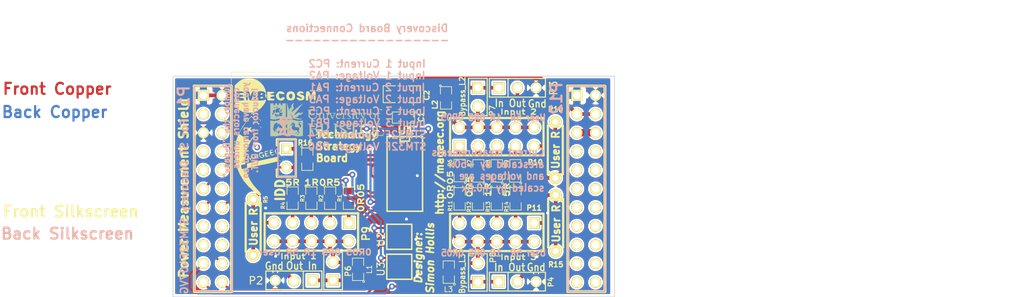
<source format=kicad_pcb>
(kicad_pcb (version 3) (host pcbnew "(2013-07-07 BZR 4022)-stable")
  (layers (15 F.Cu signal) (0 B.Cu signal hide) (19 F.Paste user hide) (20 B.SilkS user hide) (21 F.SilkS user) (22 B.Mask user) (23 F.Mask user) (28 Edge.Cuts user))
  (net 0 "")
  (net 1 /3V)
  (net 2 /Amp_1)
  (net 3 /Amp_2)
  (net 4 /Amp_3)
  (net 5 /Amp_uP)
  (net 6 /In_1)
  (net 7 /In_2)
  (net 8 /In_3)
  (net 9 /NRST)
  (net 10 /Out_1)
  (net 11 /Out_2)
  (net 12 /Out_3)
  (net 13 /PA0)
  (net 14 /PA2)
  (net 15 /PA3)
  (net 16 /PA4)
  (net 17 /PA5)
  (net 18 /PA6)
  (net 19 /PA7)
  (net 20 /PB0)
  (net 21 /PB1)
  (net 22 /PC0)
  (net 23 /PC1)
  (net 24 /PC3)
  (net 25 /R_In_1)
  (net 26 /R_In_2)
  (net 27 /R_In_3)
  (net 28 /uP_IDD+)
  (net 29 /uP_IDD-)
  (net 30 GND)
  (net 31 N-0000010)
  (net 32 N-0000011)
  (net 33 N-0000012)
  (net 34 N-0000013)
  (net 35 N-0000014)
  (net 36 N-0000015)
  (net 37 N-0000016)
  (net 38 N-0000017)
  (net 39 N-0000018)
  (net 40 N-0000019)
  (net 41 N-000002)
  (net 42 N-0000024)
  (net 43 N-0000025)
  (net 44 N-0000026)
  (net 45 N-0000027)
  (net 46 N-0000028)
  (net 47 N-0000029)
  (net 48 N-0000030)
  (net 49 N-0000031)
  (net 50 N-0000033)
  (net 51 N-0000040)
  (net 52 N-0000048)
  (net 53 N-000005)
  (net 54 N-0000051)
  (net 55 N-0000052)
  (net 56 N-0000053)
  (net 57 N-0000054)
  (net 58 N-0000055)
  (net 59 N-000006)
  (net 60 N-000008)
  (net 61 N-000009)
  (net 62 VAA)
  (net 63 VDD)
  (module SIL-2 (layer F.Cu) (at 110 94.55 270)
    (fp_text reference P5 hide)
    (fp_text value IDD hide)
    (pad 1 thru_hole rect (at -1.27 0 270) (size 1.397 1.397) (drill 0.8128) (layers *.Cu *.Mask F.SilkS) (net 28 /uP_IDD+))
    (pad 2 thru_hole circle (at 1.27 0 270) (size 1.397 1.397) (drill 0.8128) (layers *.Cu *.Mask F.SilkS) (net 29 /uP_IDD-))
  )
  (module SM0805 (layer F.Cu) (at 125.925 89.05 180)
    (fp_text reference C1 (at -2.395 0.08 270) (layer F.SilkS) (effects (font (size 0.7 0.7) (thickness 0.175))))
    (fp_text value 100n hide)
    (pad 1 smd rect (at -0.9525 0 180) (size 0.889 1.397) (layers F.Cu F.Paste F.Mask) (net 62 VAA))
    (pad 2 smd rect (at 0.9525 0 180) (size 0.889 1.397) (layers F.Cu F.Paste F.Mask) (net 30 GND))
  )
  (module SM1206 (layer F.Cu) (at 125.7 85.875 180)
    (fp_text reference C2 (at -3.375 -0.15 270) (layer F.SilkS) (effects (font (size 0.7 0.7) (thickness 0.175))))
    (fp_text value 10u hide)
    (pad 1 smd rect (at -1.651 0 180) (size 1.524 2.032) (layers F.Cu F.Paste F.Mask) (net 62 VAA))
    (pad 2 smd rect (at 1.651 0 180) (size 1.524 2.032) (layers F.Cu F.Paste F.Mask) (net 30 GND))
  )
  (module pin_array_11x2 (layer F.Cu) (at 100 100 270)
    (fp_text reference P1 hide)
    (fp_text value Left_Header hide)
    (pad 1 thru_hole rect (at -13.97 1.27 270) (size 1.524 1.524) (drill 1.016) (layers *.Cu *.Mask F.SilkS) (net 30 GND))
    (pad 2 thru_hole circle (at -13.97 -1.27 270) (size 1.524 1.524) (drill 1.016) (layers *.Cu *.Mask F.SilkS) (net 30 GND))
    (pad 3 thru_hole circle (at -11.43 1.27 270) (size 1.524 1.524) (drill 1.016) (layers *.Cu *.Mask F.SilkS) (net 63 VDD))
    (pad 4 thru_hole circle (at -11.43 -1.27 270) (size 1.524 1.524) (drill 1.016) (layers *.Cu *.Mask F.SilkS) (net 63 VDD))
    (pad 5 thru_hole circle (at -8.89 1.27 270) (size 1.524 1.524) (drill 1.016) (layers *.Cu *.Mask F.SilkS) (net 30 GND))
    (pad 6 thru_hole circle (at -8.89 -1.27 270) (size 1.524 1.524) (drill 1.016) (layers *.Cu *.Mask F.SilkS) (net 9 /NRST))
    (pad 7 thru_hole circle (at -6.35 1.27 270) (size 1.524 1.524) (drill 1.016) (layers *.Cu *.Mask F.SilkS) (net 23 /PC1))
    (pad 8 thru_hole circle (at -6.35 -1.27 270) (size 1.524 1.524) (drill 1.016) (layers *.Cu *.Mask F.SilkS) (net 22 /PC0))
    (pad 9 thru_hole circle (at -3.81 1.27 270) (size 1.524 1.524) (drill 1.016) (layers *.Cu *.Mask F.SilkS) (net 24 /PC3))
    (pad 10 thru_hole circle (at -3.81 -1.27 270) (size 1.524 1.524) (drill 1.016) (layers *.Cu *.Mask F.SilkS) (net 2 /Amp_1))
    (pad 11 thru_hole circle (at -1.27 1.27 270) (size 1.524 1.524) (drill 1.016) (layers *.Cu *.Mask F.SilkS) (net 3 /Amp_2))
    (pad 12 thru_hole circle (at -1.27 -1.27 270) (size 1.524 1.524) (drill 1.016) (layers *.Cu *.Mask F.SilkS) (net 13 /PA0))
    (pad 13 thru_hole circle (at 1.27 1.27 270) (size 1.524 1.524) (drill 1.016) (layers *.Cu *.Mask F.SilkS) (net 15 /PA3))
    (pad 14 thru_hole circle (at 1.27 -1.27 270) (size 1.524 1.524) (drill 1.016) (layers *.Cu *.Mask F.SilkS) (net 14 /PA2))
    (pad 15 thru_hole circle (at 3.81 1.27 270) (size 1.524 1.524) (drill 1.016) (layers *.Cu *.Mask F.SilkS) (net 17 /PA5))
    (pad 16 thru_hole circle (at 3.81 -1.27 270) (size 1.524 1.524) (drill 1.016) (layers *.Cu *.Mask F.SilkS) (net 16 /PA4))
    (pad 17 thru_hole circle (at 6.35 1.27 270) (size 1.524 1.524) (drill 1.016) (layers *.Cu *.Mask F.SilkS) (net 19 /PA7))
    (pad 18 thru_hole circle (at 6.35 -1.27 270) (size 1.524 1.524) (drill 1.016) (layers *.Cu *.Mask F.SilkS) (net 18 /PA6))
    (pad 19 thru_hole circle (at 8.89 1.27 270) (size 1.524 1.524) (drill 1.016) (layers *.Cu *.Mask F.SilkS) (net 4 /Amp_3))
    (pad 20 thru_hole circle (at 8.89 -1.27 270) (size 1.524 1.524) (drill 1.016) (layers *.Cu *.Mask F.SilkS) (net 5 /Amp_uP))
    (pad 21 thru_hole circle (at 11.43 1.27 270) (size 1.524 1.524) (drill 1.016) (layers *.Cu *.Mask F.SilkS) (net 21 /PB1))
    (pad 22 thru_hole circle (at 11.43 -1.27 270) (size 1.524 1.524) (drill 1.016) (layers *.Cu *.Mask F.SilkS) (net 20 /PB0))
  )
  (module pin_array_11x2 (layer F.Cu) (at 150.75 100 270)
    (fp_text reference P12 hide)
    (fp_text value Right_Header hide)
    (pad 1 thru_hole rect (at -13.97 1.27 270) (size 1.524 1.524) (drill 1.016) (layers *.Cu *.Mask F.SilkS) (net 30 GND))
    (pad 2 thru_hole circle (at -13.97 -1.27 270) (size 1.524 1.524) (drill 1.016) (layers *.Cu *.Mask F.SilkS) (net 30 GND))
    (pad 3 thru_hole circle (at -11.43 1.27 270) (size 1.524 1.524) (drill 1.016) (layers *.Cu *.Mask F.SilkS) (net 62 VAA))
    (pad 4 thru_hole circle (at -11.43 -1.27 270) (size 1.524 1.524) (drill 1.016) (layers *.Cu *.Mask F.SilkS) (net 62 VAA))
    (pad 5 thru_hole circle (at -8.89 1.27 270) (size 1.524 1.524) (drill 1.016) (layers *.Cu *.Mask F.SilkS) (net 1 /3V))
    (pad 6 thru_hole circle (at -8.89 -1.27 270) (size 1.524 1.524) (drill 1.016) (layers *.Cu *.Mask F.SilkS) (net 1 /3V))
    (pad 7 thru_hole circle (at -6.35 1.27 270) (size 1.524 1.524) (drill 1.016) (layers *.Cu *.Mask F.SilkS) (net 49 N-0000031))
    (pad 8 thru_hole circle (at -6.35 -1.27 270) (size 1.524 1.524) (drill 1.016) (layers *.Cu *.Mask F.SilkS) (net 50 N-0000033))
    (pad 9 thru_hole circle (at -3.81 1.27 270) (size 1.524 1.524) (drill 1.016) (layers *.Cu *.Mask F.SilkS) (net 48 N-0000030))
    (pad 10 thru_hole circle (at -3.81 -1.27 270) (size 1.524 1.524) (drill 1.016) (layers *.Cu *.Mask F.SilkS) (net 51 N-0000040))
    (pad 11 thru_hole circle (at -1.27 1.27 270) (size 1.524 1.524) (drill 1.016) (layers *.Cu *.Mask F.SilkS) (net 47 N-0000029))
    (pad 12 thru_hole circle (at -1.27 -1.27 270) (size 1.524 1.524) (drill 1.016) (layers *.Cu *.Mask F.SilkS) (net 57 N-0000054))
    (pad 13 thru_hole circle (at 1.27 1.27 270) (size 1.524 1.524) (drill 1.016) (layers *.Cu *.Mask F.SilkS) (net 46 N-0000028))
    (pad 14 thru_hole circle (at 1.27 -1.27 270) (size 1.524 1.524) (drill 1.016) (layers *.Cu *.Mask F.SilkS) (net 56 N-0000053))
    (pad 15 thru_hole circle (at 3.81 1.27 270) (size 1.524 1.524) (drill 1.016) (layers *.Cu *.Mask F.SilkS) (net 45 N-0000027))
    (pad 16 thru_hole circle (at 3.81 -1.27 270) (size 1.524 1.524) (drill 1.016) (layers *.Cu *.Mask F.SilkS) (net 55 N-0000052))
    (pad 17 thru_hole circle (at 6.35 1.27 270) (size 1.524 1.524) (drill 1.016) (layers *.Cu *.Mask F.SilkS) (net 44 N-0000026))
    (pad 18 thru_hole circle (at 6.35 -1.27 270) (size 1.524 1.524) (drill 1.016) (layers *.Cu *.Mask F.SilkS) (net 54 N-0000051))
    (pad 19 thru_hole circle (at 8.89 1.27 270) (size 1.524 1.524) (drill 1.016) (layers *.Cu *.Mask F.SilkS) (net 43 N-0000025))
    (pad 20 thru_hole circle (at 8.89 -1.27 270) (size 1.524 1.524) (drill 1.016) (layers *.Cu *.Mask F.SilkS) (net 58 N-0000055))
    (pad 21 thru_hole circle (at 11.43 1.27 270) (size 1.524 1.524) (drill 1.016) (layers *.Cu *.Mask F.SilkS) (net 42 N-0000024))
    (pad 22 thru_hole circle (at 11.43 -1.27 270) (size 1.524 1.524) (drill 1.016) (layers *.Cu *.Mask F.SilkS) (net 52 N-0000048))
  )
  (module SO14N (layer F.Cu) (at 126.225 96.7 270)
    (fp_text reference U1 (at -5.9 -0.025 360) (layer F.SilkS) (effects (font (size 1.016 1.143) (thickness 0.25))))
    (fp_text value MAX4378 hide)
    (pad 1 smd rect (at -3.81 3.302 270) (size 0.508 1.143) (layers F.Cu F.Paste F.Mask) (net 5 /Amp_uP))
    (pad 2 smd rect (at -2.54 3.302 270) (size 0.508 1.143) (layers F.Cu F.Paste F.Mask) (net 29 /uP_IDD-))
    (pad 3 smd rect (at -1.27 3.302 270) (size 0.508 1.143) (layers F.Cu F.Paste F.Mask) (net 28 /uP_IDD+))
    (pad 4 smd rect (at 0 3.302 270) (size 0.508 1.143) (layers F.Cu F.Paste F.Mask) (net 62 VAA))
    (pad 5 smd rect (at 1.27 3.302 270) (size 0.508 1.143) (layers F.Cu F.Paste F.Mask) (net 25 /R_In_1))
    (pad 6 smd rect (at 2.54 3.302 270) (size 0.508 1.143) (layers F.Cu F.Paste F.Mask) (net 10 /Out_1))
    (pad 7 smd rect (at 3.81 3.302 270) (size 0.508 1.143) (layers F.Cu F.Paste F.Mask) (net 2 /Amp_1))
    (pad 8 smd rect (at 3.81 -3.048 270) (size 0.508 1.143) (layers F.Cu F.Paste F.Mask) (net 4 /Amp_3))
    (pad 9 smd rect (at 2.54 -3.048 270) (size 0.508 1.143) (layers F.Cu F.Paste F.Mask) (net 12 /Out_3))
    (pad 11 smd rect (at 0 -3.048 270) (size 0.508 1.143) (layers F.Cu F.Paste F.Mask) (net 30 GND))
    (pad 12 smd rect (at -1.27 -3.048 270) (size 0.508 1.143) (layers F.Cu F.Paste F.Mask) (net 26 /R_In_2))
    (pad 13 smd rect (at -2.54 -3.048 270) (size 0.508 1.143) (layers F.Cu F.Paste F.Mask) (net 11 /Out_2))
    (pad 14 smd rect (at -3.81 -3.048 270) (size 0.508 1.143) (layers F.Cu F.Paste F.Mask) (net 3 /Amp_2))
    (pad 10 smd rect (at 1.27 -3.048 270) (size 0.508 1.143) (layers F.Cu F.Paste F.Mask) (net 27 /R_In_3))
  )
  (module UoB_Logo-sm-15 (layer F.Cu) (at 107.825 87.125)
    (fp_text reference G*** hide)
    (fp_text value UoB_Logo hide)
  )
  (module LOGO-mageec-smaller (layer F.Cu) (at 105.86 93.95 90)
    (fp_text reference G*** hide)
    (fp_text value LOGO hide)
  )
  (module SM0805 (layer F.Cu) (at 110.85 100 270)
    (fp_text reference R4 (at 1 1.3 270) (layer F.SilkS) (effects (font (size 0.50038 0.50038) (thickness 0.10922))))
    (fp_text value 5R (at -2.12 0.01 360) (layer F.SilkS) (effects (font (size 0.8 1) (thickness 0.2))))
    (pad 1 smd rect (at -0.9525 0 270) (size 0.889 1.397) (layers F.Cu F.Paste F.Mask) (net 10 /Out_1))
    (pad 2 smd rect (at 0.9525 0 270) (size 0.889 1.397) (layers F.Cu F.Paste F.Mask) (net 32 N-0000011))
  )
  (module SM0805 (layer F.Cu) (at 138.6 96.3 90)
    (fp_text reference R8 (at 1.05 -1.2 90) (layer F.SilkS) (effects (font (size 0.50038 0.50038) (thickness 0.10922))))
    (fp_text value 1R (at -2.55 -1.2 90) (layer F.SilkS) (effects (font (size 0.7 1) (thickness 0.175))))
    (pad 1 smd rect (at -0.9525 0 90) (size 0.889 1.397) (layers F.Cu F.Paste F.Mask) (net 11 /Out_2))
    (pad 2 smd rect (at 0.9525 0 90) (size 0.889 1.397) (layers F.Cu F.Paste F.Mask) (net 31 N-0000010))
  )
  (module SM0805 (layer F.Cu) (at 141.1 96.3 90)
    (fp_text reference R9 (at 1.025 -1.175 90) (layer F.SilkS) (effects (font (size 0.50038 0.50038) (thickness 0.10922))))
    (fp_text value 5R (at -2.55 -1.15 90) (layer F.SilkS) (effects (font (size 0.7 1) (thickness 0.175))))
    (pad 1 smd rect (at -0.9525 0 90) (size 0.889 1.397) (layers F.Cu F.Paste F.Mask) (net 11 /Out_2))
    (pad 2 smd rect (at 0.9525 0 90) (size 0.889 1.397) (layers F.Cu F.Paste F.Mask) (net 61 N-000009))
  )
  (module SM0805 (layer F.Cu) (at 136.1 96.3 90)
    (fp_text reference R7 (at 1.05 -1.2 90) (layer F.SilkS) (effects (font (size 0.50038 0.50038) (thickness 0.10922))))
    (fp_text value 0R5 (at -2.125 -1.225 90) (layer F.SilkS) (effects (font (size 0.7 1) (thickness 0.175))))
    (pad 1 smd rect (at -0.9525 0 90) (size 0.889 1.397) (layers F.Cu F.Paste F.Mask) (net 11 /Out_2))
    (pad 2 smd rect (at 0.9525 0 90) (size 0.889 1.397) (layers F.Cu F.Paste F.Mask) (net 59 N-000006))
  )
  (module SM0805 (layer F.Cu) (at 131.7 86.375 270)
    (fp_text reference L2 (at 0.925 1.5 270) (layer F.SilkS) (effects (font (size 0.7 0.7) (thickness 0.175))))
    (fp_text value 2.2uH hide)
    (pad 1 smd rect (at -0.9525 0 270) (size 0.889 1.397) (layers F.Cu F.Paste F.Mask) (net 7 /In_2))
    (pad 2 smd rect (at 0.9525 0 270) (size 0.889 1.397) (layers F.Cu F.Paste F.Mask) (net 26 /R_In_2))
  )
  (module SM0805 (layer F.Cu) (at 133.55 96.25 90)
    (fp_text reference R6 (at 1.025 -1.3 90) (layer F.SilkS) (effects (font (size 0.50038 0.50038) (thickness 0.10922))))
    (fp_text value 0R05 (at -1.925 -1.275 90) (layer F.SilkS) (effects (font (size 0.7 1) (thickness 0.175))))
    (pad 1 smd rect (at -0.9525 0 90) (size 0.889 1.397) (layers F.Cu F.Paste F.Mask) (net 11 /Out_2))
    (pad 2 smd rect (at 0.9525 0 90) (size 0.889 1.397) (layers F.Cu F.Paste F.Mask) (net 41 N-000002))
  )
  (module SM0805 (layer F.Cu) (at 133.55 100.1 270)
    (fp_text reference R11 (at 0.975 1.275 270) (layer F.SilkS) (effects (font (size 0.50038 0.50038) (thickness 0.10922))))
    (fp_text value 0R05 hide)
    (pad 1 smd rect (at -0.9525 0 270) (size 0.889 1.397) (layers F.Cu F.Paste F.Mask) (net 12 /Out_3))
    (pad 2 smd rect (at 0.9525 0 270) (size 0.889 1.397) (layers F.Cu F.Paste F.Mask) (net 40 N-0000019))
  )
  (module SM0805 (layer F.Cu) (at 132.075 110.05 90)
    (fp_text reference L3 (at -2.35 -0.05 180) (layer F.SilkS) (effects (font (size 0.7 0.7) (thickness 0.10922))))
    (fp_text value 2.2uH hide)
    (pad 1 smd rect (at -0.9525 0 90) (size 0.889 1.397) (layers F.Cu F.Paste F.Mask) (net 8 /In_3))
    (pad 2 smd rect (at 0.9525 0 90) (size 0.889 1.397) (layers F.Cu F.Paste F.Mask) (net 27 /R_In_3))
  )
  (module SM0805 (layer F.Cu) (at 136.05 100.1 270)
    (fp_text reference R12 (at 1.075 1.225 270) (layer F.SilkS) (effects (font (size 0.50038 0.50038) (thickness 0.10922))))
    (fp_text value 0R5 hide)
    (pad 1 smd rect (at -0.9525 0 270) (size 0.889 1.397) (layers F.Cu F.Paste F.Mask) (net 12 /Out_3))
    (pad 2 smd rect (at 0.9525 0 270) (size 0.889 1.397) (layers F.Cu F.Paste F.Mask) (net 39 N-0000018))
  )
  (module SM0805 (layer F.Cu) (at 113.4 100 270)
    (fp_text reference R3 (at 0.025 1.2 270) (layer F.SilkS) (effects (font (size 0.50038 0.50038) (thickness 0.10922))))
    (fp_text value 1R (at -2.12 -0.025 360) (layer F.SilkS) (effects (font (size 0.8 1) (thickness 0.2))))
    (pad 1 smd rect (at -0.9525 0 270) (size 0.889 1.397) (layers F.Cu F.Paste F.Mask) (net 10 /Out_1))
    (pad 2 smd rect (at 0.9525 0 270) (size 0.889 1.397) (layers F.Cu F.Paste F.Mask) (net 33 N-0000012))
  )
  (module SM0805 (layer F.Cu) (at 138.6 100.1 270)
    (fp_text reference R13 (at 1.075 1.2 270) (layer F.SilkS) (effects (font (size 0.50038 0.50038) (thickness 0.10922))))
    (fp_text value 1R hide)
    (pad 1 smd rect (at -0.9525 0 270) (size 0.889 1.397) (layers F.Cu F.Paste F.Mask) (net 12 /Out_3))
    (pad 2 smd rect (at 0.9525 0 270) (size 0.889 1.397) (layers F.Cu F.Paste F.Mask) (net 36 N-0000015))
  )
  (module SM0805 (layer F.Cu) (at 115.95 100 270)
    (fp_text reference R2 (at 0.025 1.225 270) (layer F.SilkS) (effects (font (size 0.50038 0.50038) (thickness 0.10922))))
    (fp_text value 0R5 (at -2.12 0.05 360) (layer F.SilkS) (effects (font (size 0.8 1) (thickness 0.2))))
    (pad 1 smd rect (at -0.9525 0 270) (size 0.889 1.397) (layers F.Cu F.Paste F.Mask) (net 10 /Out_1))
    (pad 2 smd rect (at 0.9525 0 270) (size 0.889 1.397) (layers F.Cu F.Paste F.Mask) (net 34 N-0000013))
  )
  (module SM0805 (layer F.Cu) (at 119.75 109.675 90)
    (fp_text reference L1 (at 0 1.525 90) (layer F.SilkS) (effects (font (size 0.7 0.7) (thickness 0.10922))))
    (fp_text value 2.2uH hide)
    (pad 1 smd rect (at -0.9525 0 90) (size 0.889 1.397) (layers F.Cu F.Paste F.Mask) (net 6 /In_1))
    (pad 2 smd rect (at 0.9525 0 90) (size 0.889 1.397) (layers F.Cu F.Paste F.Mask) (net 25 /R_In_1))
  )
  (module SM0805 (layer F.Cu) (at 118.5 100 270)
    (fp_text reference R1 (at 0 1.25 270) (layer F.SilkS) (effects (font (size 0.50038 0.50038) (thickness 0.10922))))
    (fp_text value 0R05 (at -0.05 -1.65 270) (layer F.SilkS) (effects (font (size 0.8 1) (thickness 0.2))))
    (pad 1 smd rect (at -0.9525 0 270) (size 0.889 1.397) (layers F.Cu F.Paste F.Mask) (net 10 /Out_1))
    (pad 2 smd rect (at 0.9525 0 270) (size 0.889 1.397) (layers F.Cu F.Paste F.Mask) (net 35 N-0000014))
  )
  (module SM0805 (layer F.Cu) (at 141.15 100.1 270)
    (fp_text reference R14 (at 1.075 1.225 270) (layer F.SilkS) (effects (font (size 0.50038 0.50038) (thickness 0.10922))))
    (fp_text value 5R hide)
    (pad 1 smd rect (at -0.9525 0 270) (size 0.889 1.397) (layers F.Cu F.Paste F.Mask) (net 12 /Out_3))
    (pad 2 smd rect (at 0.9525 0 270) (size 0.889 1.397) (layers F.Cu F.Paste F.Mask) (net 38 N-0000017))
  )
  (module SM0805 (layer F.Cu) (at 112.85 94.7 270)
    (fp_text reference R16 (at -2.225 0.275 360) (layer F.SilkS) (effects (font (size 0.7 0.7) (thickness 0.175))))
    (fp_text value 0R5 hide)
    (pad 1 smd rect (at -0.9525 0 270) (size 0.889 1.397) (layers F.Cu F.Paste F.Mask) (net 28 /uP_IDD+))
    (pad 2 smd rect (at 0.9525 0 270) (size 0.889 1.397) (layers F.Cu F.Paste F.Mask) (net 29 /uP_IDD-))
  )
  (module R3-LARGE_PADS (layer F.Cu) (at 146.55 93.45 90)
    (fp_text reference R10 (at 5.525 0.05 180) (layer F.SilkS) (effects (font (size 0.7 0.7) (thickness 0.175))))
    (fp_text value UserR hide)
    (pad 1 thru_hole circle (at -3.81 0 90) (size 1.651 1.651) (drill 0.8128) (layers *.Cu *.Mask F.SilkS) (net 11 /Out_2))
    (pad 2 thru_hole circle (at 3.81 0 90) (size 1.651 1.651) (drill 0.8128) (layers *.Cu *.Mask F.SilkS) (net 53 N-000005))
  )
  (module R3-LARGE_PADS (layer F.Cu) (at 105.49 103.96 270)
    (fp_text reference R5 (at -3.77 -1.69 270) (layer F.SilkS) (effects (font (size 0.5 0.5) (thickness 0.125))))
    (fp_text value UserR hide)
    (pad 1 thru_hole circle (at -3.81 0 270) (size 1.651 1.651) (drill 0.8128) (layers *.Cu *.Mask F.SilkS) (net 10 /Out_1))
    (pad 2 thru_hole circle (at 3.81 0 270) (size 1.651 1.651) (drill 0.8128) (layers *.Cu *.Mask F.SilkS) (net 60 N-000008))
  )
  (module R3-LARGE_PADS (layer F.Cu) (at 146.6 103.4 270)
    (fp_text reference R15 (at 5.625 -0.025 360) (layer F.SilkS) (effects (font (size 0.7 0.7) (thickness 0.175))))
    (fp_text value UserR hide)
    (pad 1 thru_hole circle (at -3.81 0 270) (size 1.651 1.651) (drill 0.8128) (layers *.Cu *.Mask F.SilkS) (net 12 /Out_3))
    (pad 2 thru_hole circle (at 3.81 0 270) (size 1.651 1.651) (drill 0.8128) (layers *.Cu *.Mask F.SilkS) (net 37 N-0000016))
  )
  (module PIN_ARRAY_5x2 (layer F.Cu) (at 138.6 91.65)
    (fp_text reference P10 (at 5.23 3.49) (layer F.SilkS) (effects (font (size 0.7 0.7) (thickness 0.175))))
    (fp_text value R_select_2 hide)
    (pad 1 thru_hole rect (at -5.08 1.27) (size 1.524 1.524) (drill 1.016) (layers *.Cu *.Mask F.SilkS) (net 41 N-000002))
    (pad 2 thru_hole circle (at -5.08 -1.27) (size 1.524 1.524) (drill 1.016) (layers *.Cu *.Mask F.SilkS) (net 26 /R_In_2))
    (pad 3 thru_hole circle (at -2.54 1.27) (size 1.524 1.524) (drill 1.016) (layers *.Cu *.Mask F.SilkS) (net 59 N-000006))
    (pad 4 thru_hole circle (at -2.54 -1.27) (size 1.524 1.524) (drill 1.016) (layers *.Cu *.Mask F.SilkS) (net 26 /R_In_2))
    (pad 5 thru_hole circle (at 0 1.27) (size 1.524 1.524) (drill 1.016) (layers *.Cu *.Mask F.SilkS) (net 31 N-0000010))
    (pad 6 thru_hole circle (at 0 -1.27) (size 1.524 1.524) (drill 1.016) (layers *.Cu *.Mask F.SilkS) (net 26 /R_In_2))
    (pad 7 thru_hole circle (at 2.54 1.27) (size 1.524 1.524) (drill 1.016) (layers *.Cu *.Mask F.SilkS) (net 61 N-000009))
    (pad 8 thru_hole circle (at 2.54 -1.27) (size 1.524 1.524) (drill 1.016) (layers *.Cu *.Mask F.SilkS) (net 26 /R_In_2))
    (pad 9 thru_hole circle (at 5.08 1.27) (size 1.524 1.524) (drill 1.016) (layers *.Cu *.Mask F.SilkS) (net 53 N-000005))
    (pad 10 thru_hole circle (at 5.08 -1.27) (size 1.524 1.524) (drill 1.016) (layers *.Cu *.Mask F.SilkS) (net 26 /R_In_2))
  )
  (module PIN_ARRAY_5x2 (layer F.Cu) (at 113.4 104.6 180)
    (fp_text reference P9 (at -7.425 -0.225 270) (layer F.SilkS) (effects (font (size 1.016 1.016) (thickness 0.2032))))
    (fp_text value R_select_1 hide)
    (pad 1 thru_hole rect (at -5.08 1.27 180) (size 1.524 1.524) (drill 1.016) (layers *.Cu *.Mask F.SilkS) (net 35 N-0000014))
    (pad 2 thru_hole circle (at -5.08 -1.27 180) (size 1.524 1.524) (drill 1.016) (layers *.Cu *.Mask F.SilkS) (net 25 /R_In_1))
    (pad 3 thru_hole circle (at -2.54 1.27 180) (size 1.524 1.524) (drill 1.016) (layers *.Cu *.Mask F.SilkS) (net 34 N-0000013))
    (pad 4 thru_hole circle (at -2.54 -1.27 180) (size 1.524 1.524) (drill 1.016) (layers *.Cu *.Mask F.SilkS) (net 25 /R_In_1))
    (pad 5 thru_hole circle (at 0 1.27 180) (size 1.524 1.524) (drill 1.016) (layers *.Cu *.Mask F.SilkS) (net 33 N-0000012))
    (pad 6 thru_hole circle (at 0 -1.27 180) (size 1.524 1.524) (drill 1.016) (layers *.Cu *.Mask F.SilkS) (net 25 /R_In_1))
    (pad 7 thru_hole circle (at 2.54 1.27 180) (size 1.524 1.524) (drill 1.016) (layers *.Cu *.Mask F.SilkS) (net 32 N-0000011))
    (pad 8 thru_hole circle (at 2.54 -1.27 180) (size 1.524 1.524) (drill 1.016) (layers *.Cu *.Mask F.SilkS) (net 25 /R_In_1))
    (pad 9 thru_hole circle (at 5.08 1.27 180) (size 1.524 1.524) (drill 1.016) (layers *.Cu *.Mask F.SilkS) (net 60 N-000008))
    (pad 10 thru_hole circle (at 5.08 -1.27 180) (size 1.524 1.524) (drill 1.016) (layers *.Cu *.Mask F.SilkS) (net 25 /R_In_1))
  )
  (module PIN_ARRAY_5x2 (layer F.Cu) (at 138.6 104.65 180)
    (fp_text reference P11 (at -5.075 3.325 180) (layer F.SilkS) (effects (font (size 0.7 0.7) (thickness 0.175))))
    (fp_text value R_select_3 hide)
    (pad 1 thru_hole rect (at -5.08 1.27 180) (size 1.524 1.524) (drill 1.016) (layers *.Cu *.Mask F.SilkS) (net 37 N-0000016))
    (pad 2 thru_hole circle (at -5.08 -1.27 180) (size 1.524 1.524) (drill 1.016) (layers *.Cu *.Mask F.SilkS) (net 27 /R_In_3))
    (pad 3 thru_hole circle (at -2.54 1.27 180) (size 1.524 1.524) (drill 1.016) (layers *.Cu *.Mask F.SilkS) (net 38 N-0000017))
    (pad 4 thru_hole circle (at -2.54 -1.27 180) (size 1.524 1.524) (drill 1.016) (layers *.Cu *.Mask F.SilkS) (net 27 /R_In_3))
    (pad 5 thru_hole circle (at 0 1.27 180) (size 1.524 1.524) (drill 1.016) (layers *.Cu *.Mask F.SilkS) (net 36 N-0000015))
    (pad 6 thru_hole circle (at 0 -1.27 180) (size 1.524 1.524) (drill 1.016) (layers *.Cu *.Mask F.SilkS) (net 27 /R_In_3))
    (pad 7 thru_hole circle (at 2.54 1.27 180) (size 1.524 1.524) (drill 1.016) (layers *.Cu *.Mask F.SilkS) (net 39 N-0000018))
    (pad 8 thru_hole circle (at 2.54 -1.27 180) (size 1.524 1.524) (drill 1.016) (layers *.Cu *.Mask F.SilkS) (net 27 /R_In_3))
    (pad 9 thru_hole circle (at 5.08 1.27 180) (size 1.524 1.524) (drill 1.016) (layers *.Cu *.Mask F.SilkS) (net 40 N-0000019))
    (pad 10 thru_hole circle (at 5.08 -1.27 180) (size 1.524 1.524) (drill 1.016) (layers *.Cu *.Mask F.SilkS) (net 27 /R_In_3))
  )
  (module PIN_ARRAY_3X1 (layer F.Cu) (at 141.4 85)
    (fp_text reference P3 (at 4.925 0.05 90) (layer F.SilkS) (effects (font (size 1.016 1.016) (thickness 0.1524))))
    (fp_text value Input_2 hide)
    (pad 1 thru_hole rect (at -2.54 0) (size 1.524 1.524) (drill 1.016) (layers *.Cu *.Mask F.SilkS) (net 7 /In_2))
    (pad 2 thru_hole circle (at 0 0) (size 1.524 1.524) (drill 1.016) (layers *.Cu *.Mask F.SilkS) (net 11 /Out_2))
    (pad 3 thru_hole circle (at 2.54 0) (size 1.524 1.524) (drill 1.016) (layers *.Cu *.Mask F.SilkS) (net 30 GND))
  )
  (module PIN_ARRAY_3X1 (layer F.Cu) (at 141.4 111.35)
    (fp_text reference P4 (at 4.55 0.05 90) (layer F.SilkS) (effects (font (size 0.7 0.7) (thickness 0.1524))))
    (fp_text value Input_3 hide)
    (pad 1 thru_hole rect (at -2.54 0) (size 1.524 1.524) (drill 1.016) (layers *.Cu *.Mask F.SilkS) (net 8 /In_3))
    (pad 2 thru_hole circle (at 0 0) (size 1.524 1.524) (drill 1.016) (layers *.Cu *.Mask F.SilkS) (net 12 /Out_3))
    (pad 3 thru_hole circle (at 2.54 0) (size 1.524 1.524) (drill 1.016) (layers *.Cu *.Mask F.SilkS) (net 30 GND))
  )
  (module PIN_ARRAY_3X1 (layer F.Cu) (at 111.025 111.175 180)
    (fp_text reference P2 (at 5.165 -0.035 180) (layer F.SilkS) (effects (font (size 1.016 1.016) (thickness 0.1524))))
    (fp_text value Input_1 hide)
    (pad 1 thru_hole rect (at -2.54 0 180) (size 1.524 1.524) (drill 1.016) (layers *.Cu *.Mask F.SilkS) (net 6 /In_1))
    (pad 2 thru_hole circle (at 0 -0.1 180) (size 1.524 1.524) (drill 1.016) (layers *.Cu *.Mask F.SilkS) (net 10 /Out_1))
    (pad 3 thru_hole circle (at 2.54 0 180) (size 1.524 1.524) (drill 1.016) (layers *.Cu *.Mask F.SilkS) (net 30 GND))
  )
  (module PIN_ARRAY_2X1 (layer F.Cu) (at 136.025 110.1 90)
    (fp_text reference P8 (at 2.05 2.05 90) (layer F.SilkS) (effects (font (size 0.762 0.762) (thickness 0.1524))))
    (fp_text value Bypass_L3 (at -0.15 -2.125 90) (layer F.SilkS) (effects (font (size 0.762 0.7) (thickness 0.1524))))
    (pad 1 thru_hole rect (at -1.27 0 90) (size 1.524 1.524) (drill 1.016) (layers *.Cu *.Mask F.SilkS) (net 8 /In_3))
    (pad 2 thru_hole circle (at 1.27 0 90) (size 1.524 1.524) (drill 1.016) (layers *.Cu *.Mask F.SilkS) (net 27 /R_In_3))
  )
  (module PIN_ARRAY_2X1 (layer F.Cu) (at 136.025 86.25 270)
    (fp_text reference P7 (at 1.875 -1.975 270) (layer F.SilkS) (effects (font (size 0.762 0.762) (thickness 0.1524))))
    (fp_text value Bypass_L2 (at -0.075 2.1 270) (layer F.SilkS) (effects (font (size 0.762 0.7) (thickness 0.1524))))
    (pad 1 thru_hole rect (at -1.27 0 270) (size 1.524 1.524) (drill 1.016) (layers *.Cu *.Mask F.SilkS) (net 7 /In_2))
    (pad 2 thru_hole circle (at 1.27 0 270) (size 1.524 1.524) (drill 1.016) (layers *.Cu *.Mask F.SilkS) (net 26 /R_In_2))
  )
  (module PIN_ARRAY_2X1 (layer F.Cu) (at 116.35 109.9 90)
    (fp_text reference P6 (at -0.025 2.04 90) (layer F.SilkS) (effects (font (size 0.762 0.762) (thickness 0.1524))))
    (fp_text value Bypass_L1 hide)
    (pad 1 thru_hole rect (at -1.27 0 90) (size 1.524 1.524) (drill 1.016) (layers *.Cu *.Mask F.SilkS) (net 6 /In_1))
    (pad 2 thru_hole circle (at 1.27 0 90) (size 1.524 1.524) (drill 1.016) (layers *.Cu *.Mask F.SilkS) (net 25 /R_In_1))
  )
  (module ACAS-0612 (layer F.Cu) (at 125.35 105.25 90)
    (fp_text reference U2 (at -0.35 -2.475 90) (layer F.SilkS))
    (fp_text value 1k hide)
    (pad 1 smd rect (at -1.2 1 90) (size 0.63 1.15) (layers F.Cu F.Paste F.Mask) (net 28 /uP_IDD+))
    (pad 2 smd rect (at -0.4 1 90) (size 0.44 1.15) (layers F.Cu F.Paste F.Mask) (net 30 GND))
    (pad 3 smd rect (at 0.4 1 90) (size 0.44 1.15) (layers F.Cu F.Paste F.Mask) (net 25 /R_In_1))
    (pad 4 smd rect (at 1.2 1 90) (size 0.63 1.15) (layers F.Cu F.Paste F.Mask) (net 30 GND))
    (pad 8 smd rect (at -1.2 -0.96 90) (size 0.63 1.15) (layers F.Cu F.Paste F.Mask) (net 20 /PB0))
    (pad 7 smd rect (at -0.4 -0.96 90) (size 0.44 1.15) (layers F.Cu F.Paste F.Mask) (net 20 /PB0))
    (pad 6 smd rect (at 0.4 -0.96 90) (size 0.44 1.15) (layers F.Cu F.Paste F.Mask) (net 14 /PA2))
    (pad 5 smd rect (at 1.2 -0.96 90) (size 0.63 1.15) (layers F.Cu F.Paste F.Mask) (net 14 /PA2))
  )
  (module ACAS-0612 (layer F.Cu) (at 125.35 109.325 90)
    (fp_text reference U3 (at -0.3 -2.5 90) (layer F.SilkS))
    (fp_text value 1k hide)
    (pad 1 smd rect (at -1.2 1 90) (size 0.63 1.15) (layers F.Cu F.Paste F.Mask) (net 30 GND))
    (pad 2 smd rect (at -0.4 1 90) (size 0.44 1.15) (layers F.Cu F.Paste F.Mask) (net 27 /R_In_3))
    (pad 3 smd rect (at 0.4 1 90) (size 0.44 1.15) (layers F.Cu F.Paste F.Mask) (net 30 GND))
    (pad 4 smd rect (at 1.2 1 90) (size 0.63 1.15) (layers F.Cu F.Paste F.Mask) (net 26 /R_In_2))
    (pad 8 smd rect (at -1.2 -0.96 90) (size 0.63 1.15) (layers F.Cu F.Paste F.Mask) (net 21 /PB1))
    (pad 7 smd rect (at -0.4 -0.96 90) (size 0.44 1.15) (layers F.Cu F.Paste F.Mask) (net 21 /PB1))
    (pad 6 smd rect (at 0.4 -0.96 90) (size 0.44 1.15) (layers F.Cu F.Paste F.Mask) (net 15 /PA3))
    (pad 5 smd rect (at 1.2 -0.96 90) (size 0.63 1.15) (layers F.Cu F.Paste F.Mask) (net 15 /PA3))
  )
  (module LOGO-embecosm-150px (layer F.Cu) (at 108.825 85.8)
    (fp_text reference G*** hide)
    (fp_text value LOGO hide)
  )
  (gr_text http://mageec.org (at 130.84 95.17 90) (layer F.SilkS) (effects (font (size 1 1) (thickness 0.25))))
  (gr_text "Technology\nStrategy\nBoard" (at 113.87 92.94) (layer F.SilkS) (effects (font (size 1 1) (thickness 0.25)) (justify left)))
  (gr_text "Jumper the \"Bypass\"\nconnectors unless \nyou have removed an\ninductor from DUT." (at 103.8 90.8 90) (layer B.SilkS) (effects (font (size 0.8 0.8) (thickness 0.2)) (justify mirror)))
  (gr_line (start 108.85 92.15) (end 108.85 97.1) (angle 90) (layer B.SilkS) (width 0.2))
  (gr_line (start 111.2 92.1) (end 108.85 92.1) (angle 90) (layer B.SilkS) (width 0.2))
  (gr_line (start 111.2 97.1) (end 111.2 92.1) (angle 90) (layer B.SilkS) (width 0.2))
  (gr_line (start 108.85 97.1) (end 111.2 97.1) (angle 90) (layer B.SilkS) (width 0.2))
  (gr_text P5 (at 110.05 90.25 90) (layer B.SilkS) (effects (font (size 1.5 1.5) (thickness 0.3)) (justify mirror)))
  (gr_text "0R05 0R5 1R 5R User" (at 113.9 107.35) (layer B.SilkS) (effects (font (size 0.8 0.9) (thickness 0.2)) (justify mirror)))
  (gr_text "User 5R  1R 0R5 0R05" (at 138.125 89.05) (layer B.SilkS) (effects (font (size 0.9 0.8) (thickness 0.2)) (justify mirror)))
  (gr_text "User 5R  1R 0R5 0R05" (at 138.15 107.45) (layer B.SilkS) (effects (font (size 0.9 0.8) (thickness 0.2)) (justify mirror)))
  (gr_text "Current measurements \narescaled by +50x\nand voltages are\nscaled by +0.5x" (at 145.175 96.175) (layer B.SilkS) (effects (font (size 1 0.9) (thickness 0.2)) (justify left mirror)))
  (gr_text "Discovery Board Connections\n------------------\n\nInput 1 Current: PC2\nInput 1 Voltage: PA2\nInput 2 Current: PA1\nInput 2 Voltage: PA3\nInput 3 Current: PC5\nInput 3 Voltage: PB1\nSTM32F Current: PC4\nSTM32F Voltage: PB0" (at 120.975 84.95) (layer B.SilkS) (effects (font (size 1 1) (thickness 0.2)) (justify mirror)))
  (gr_text "Input 3" (at 141.55 108.025) (layer F.SilkS) (effects (font (size 0.7 0.9) (thickness 0.175))))
  (gr_text "Input 2" (at 141.55 88.275) (layer F.SilkS) (effects (font (size 0.7 0.9) (thickness 0.175))))
  (gr_text "Input 1" (at 111.65 107.925) (layer F.SilkS) (effects (font (size 0.7 0.9) (thickness 0.175))))
  (gr_text "Power Measurement Shield" (at 96.05 98.625 90) (layer F.SilkS) (effects (font (size 1.2 1.2) (thickness 0.3))))
  (gr_text Gnd (at 144.1 87.175) (layer F.SilkS) (effects (font (size 1 0.9) (thickness 0.175))))
  (gr_text "In Out" (at 140.425 87.1) (layer F.SilkS) (effects (font (size 1 0.9) (thickness 0.175))))
  (gr_text Gnd (at 143.95 109.4) (layer F.SilkS) (effects (font (size 1 0.9) (thickness 0.175))))
  (gr_text "In Out" (at 140.35 109.4) (layer F.SilkS) (effects (font (size 1 0.9) (thickness 0.175))))
  (gr_text Gnd (at 108.35 109.225) (layer F.SilkS) (effects (font (size 1 0.9) (thickness 0.175))))
  (gr_text "Out In" (at 112.075 109.2) (layer F.SilkS) (effects (font (size 1 0.9) (thickness 0.175))))
  (gr_line (start 148.275 84.775) (end 148.25 84.775) (angle 90) (layer B.SilkS) (width 0.2))
  (gr_line (start 148.275 112.7) (end 148.275 84.775) (angle 90) (layer B.SilkS) (width 0.2))
  (gr_line (start 153.3 112.7) (end 148.275 112.7) (angle 90) (layer B.SilkS) (width 0.2))
  (gr_line (start 153.3 84.775) (end 153.3 112.7) (angle 90) (layer B.SilkS) (width 0.2))
  (gr_line (start 148.25 84.775) (end 153.3 84.775) (angle 90) (layer B.SilkS) (width 0.2))
  (gr_line (start 97.5 84.8) (end 97.525 84.8) (angle 90) (layer B.SilkS) (width 0.2))
  (gr_line (start 97.5 112.675) (end 97.5 84.8) (angle 90) (layer B.SilkS) (width 0.2))
  (gr_line (start 102.6 112.675) (end 97.5 112.675) (angle 90) (layer B.SilkS) (width 0.2))
  (gr_line (start 102.6 84.8) (end 102.6 112.675) (angle 90) (layer B.SilkS) (width 0.2))
  (gr_line (start 97.475 84.8) (end 102.6 84.8) (angle 90) (layer B.SilkS) (width 0.2))
  (gr_text P12 (at 146.7 86.45 90) (layer B.SilkS) (effects (font (size 1.5 1.5) (thickness 0.3)) (justify mirror)))
  (gr_text P1 (at 96.05 86.2 90) (layer B.SilkS) (effects (font (size 1.5 1.5) (thickness 0.3)) (justify mirror)))
  (gr_text "User R" (at 146.6 93.45 90) (layer F.SilkS) (effects (font (size 1 1) (thickness 0.25))))
  (gr_text "User R" (at 146.675 103.45 90) (layer F.SilkS) (effects (font (size 1 1) (thickness 0.25))))
  (gr_text "User R" (at 105.54 103.91 90) (layer F.SilkS) (effects (font (size 1 1) (thickness 0.25))))
  (gr_text "Back Silkscreen" (at 80.25 104.825) (layer B.SilkS) (effects (font (size 1.5 1.5) (thickness 0.3))))
  (gr_text "Front Silkscreen" (at 80.7 101.825) (layer F.SilkS) (effects (font (size 1.5 1.5) (thickness 0.3))))
  (gr_text "Back Copper" (at 78.5 88.3) (layer B.Cu) (effects (font (size 1.5 1.5) (thickness 0.3))))
  (gr_text "Front Copper" (at 78.85 85.15) (layer F.Cu) (effects (font (size 1.5 1.5) (thickness 0.3))))
  (gr_text "Designer:\nSimon Hollis" (at 128.74 108.13 90) (layer F.SilkS) (effects (font (size 1 1) (thickness 0.25) italic)))
  (gr_text "For ST Discovery STM32F407VG" (at 96.125 89.125 90) (layer B.SilkS) (effects (font (size 1 1) (thickness 0.2)) (justify left mirror)))
  (gr_text IDD (at 109.15 98.91 90) (layer F.SilkS) (effects (font (size 1.2 1.2) (thickness 0.3))))
  (gr_line (start 154.6 113.425) (end 94.6 113.425) (angle 90) (layer Edge.Cuts) (width 0.1))
  (gr_line (start 154.6 83.425) (end 154.6 113.425) (angle 90) (layer Edge.Cuts) (width 0.1))
  (gr_line (start 94.6 83.425) (end 154.6 83.425) (angle 90) (layer Edge.Cuts) (width 0.1))
  (gr_line (start 94.6 113.425) (end 94.6 83.425) (angle 90) (layer Edge.Cuts) (width 0.1))
  (via (at 106.02 93.1) (size 0.8) (drill 0.4) (layers F.Cu B.Cu) (net 0))
  (segment (start 152.02 91.11) (end 149.48 91.11) (width 1) (layer F.Cu) (net 1))
  (segment (start 119.65 91.55) (end 105.91 91.55) (width 0.3) (layer F.Cu) (net 2))
  (segment (start 121.43 93.33) (end 121.4 93.3) (width 0.3) (layer B.Cu) (net 2))
  (via (at 121.4 93.3) (size 0.5) (layers F.Cu B.Cu) (net 2))
  (segment (start 121.4 93.3) (end 119.65 91.55) (width 0.3) (layer F.Cu) (net 2))
  (segment (start 101.27 96.19) (end 105.91 91.55) (width 0.3) (layer F.Cu) (net 2))
  (segment (start 121.43 93.33) (end 121.43 100.52) (width 0.3) (layer B.Cu) (net 2))
  (segment (start 122.923 100.51) (end 121.44 100.51) (width 0.3) (layer F.Cu) (net 2))
  (segment (start 121.43 100.52) (end 121.42 100.51) (width 0.3) (layer B.Cu) (net 2))
  (via (at 121.43 100.52) (size 0.8) (drill 0.4) (layers F.Cu B.Cu) (net 2))
  (segment (start 121.44 100.51) (end 121.43 100.52) (width 0.3) (layer F.Cu) (net 2))
  (segment (start 120.9 90.56) (end 104.16 90.56) (width 0.3) (layer F.Cu) (net 3))
  (segment (start 99.97 97.49) (end 98.73 98.73) (width 0.3) (layer F.Cu) (net 3))
  (segment (start 99.97 93.15) (end 99.97 97.49) (width 0.3) (layer F.Cu) (net 3))
  (segment (start 100.67 92.45) (end 99.97 93.15) (width 0.3) (layer F.Cu) (net 3))
  (segment (start 102.27 92.45) (end 100.67 92.45) (width 0.3) (layer F.Cu) (net 3))
  (segment (start 104.16 90.56) (end 102.27 92.45) (width 0.3) (layer F.Cu) (net 3))
  (segment (start 129.273 92.89) (end 129.273 90.567) (width 0.3) (layer F.Cu) (net 3))
  (segment (start 120.9 90.56) (end 120.84 90.62) (width 0.3) (layer F.Cu) (net 3))
  (via (at 120.9 90.56) (size 0.8) (drill 0.4) (layers F.Cu B.Cu) (net 3))
  (segment (start 129.28 90.56) (end 120.9 90.56) (width 0.3) (layer B.Cu) (net 3))
  (via (at 129.28 90.56) (size 0.8) (drill 0.4) (layers F.Cu B.Cu) (net 3))
  (segment (start 129.273 90.567) (end 129.28 90.56) (width 0.3) (layer F.Cu) (net 3))
  (segment (start 124.35 112) (end 124.35 112.025) (width 0.3) (layer B.Cu) (net 4))
  (segment (start 128.225 112) (end 130.5 109.725) (width 0.3) (layer F.Cu) (net 4))
  (segment (start 130.5 109.725) (end 130.5 102.575) (width 0.3) (layer F.Cu) (net 4))
  (segment (start 130.5 102.575) (end 129.273 101.348) (width 0.3) (layer F.Cu) (net 4))
  (segment (start 129.273 100.51) (end 129.273 101.348) (width 0.3) (layer F.Cu) (net 4))
  (segment (start 98.69 108.89) (end 98.73 108.89) (width 0.3) (layer B.Cu) (net 4))
  (segment (start 97.15 110.43) (end 97.15 112.1) (width 0.3) (layer B.Cu) (net 4))
  (segment (start 98.69 108.89) (end 97.15 110.43) (width 0.3) (layer B.Cu) (net 4))
  (via (at 124.35 112) (size 0.8) (drill 0.4) (layers F.Cu B.Cu) (net 4))
  (segment (start 124.35 112) (end 128.225 112) (width 0.3) (layer F.Cu) (net 4))
  (segment (start 97.975 112.925) (end 97.15 112.1) (width 0.3) (layer B.Cu) (net 4))
  (segment (start 123.45 112.925) (end 97.975 112.925) (width 0.3) (layer B.Cu) (net 4))
  (segment (start 124.35 112.025) (end 123.45 112.925) (width 0.3) (layer B.Cu) (net 4))
  (segment (start 122.923 91.333) (end 122.923 90.923) (width 0.3) (layer F.Cu) (net 5))
  (segment (start 122.923 92.89) (end 122.923 91.333) (width 0.3) (layer F.Cu) (net 5))
  (segment (start 98.1 89.8) (end 96.06 91.84) (width 0.3) (layer F.Cu) (net 5))
  (segment (start 121.8 89.8) (end 98.1 89.8) (width 0.3) (layer F.Cu) (net 5))
  (segment (start 122.923 90.923) (end 121.8 89.8) (width 0.3) (layer F.Cu) (net 5))
  (segment (start 101.27 108.89) (end 101.24 108.89) (width 0.3) (layer F.Cu) (net 5))
  (segment (start 96.06 106.7) (end 96.06 91.84) (width 0.3) (layer F.Cu) (net 5))
  (segment (start 96.98 107.62) (end 96.06 106.7) (width 0.3) (layer F.Cu) (net 5))
  (segment (start 99.97 107.62) (end 96.98 107.62) (width 0.3) (layer F.Cu) (net 5))
  (segment (start 101.24 108.89) (end 99.97 107.62) (width 0.3) (layer F.Cu) (net 5))
  (segment (start 116.35 111.17) (end 117.58 111.17) (width 0.5) (layer F.Cu) (net 6))
  (segment (start 118.1225 110.6275) (end 119.75 110.6275) (width 0.5) (layer F.Cu) (net 6))
  (segment (start 117.58 111.17) (end 118.1225 110.6275) (width 0.5) (layer F.Cu) (net 6))
  (segment (start 113.565 111.175) (end 116.345 111.175) (width 0.5) (layer F.Cu) (net 6))
  (segment (start 116.345 111.175) (end 116.35 111.17) (width 0.5) (layer F.Cu) (net 6))
  (segment (start 138.86 85) (end 136.045 85) (width 0.5) (layer F.Cu) (net 7))
  (segment (start 136.045 85) (end 136.025 84.98) (width 0.5) (layer F.Cu) (net 7))
  (segment (start 136.025 84.98) (end 134.07 84.98) (width 0.5) (layer F.Cu) (net 7))
  (segment (start 133.6275 85.4225) (end 131.7 85.4225) (width 0.5) (layer F.Cu) (net 7))
  (segment (start 134.07 84.98) (end 133.6275 85.4225) (width 0.5) (layer F.Cu) (net 7))
  (segment (start 132.075 111.0025) (end 133.6275 111.0025) (width 0.5) (layer F.Cu) (net 8))
  (segment (start 133.995 111.37) (end 136.025 111.37) (width 0.5) (layer F.Cu) (net 8))
  (segment (start 133.6275 111.0025) (end 133.995 111.37) (width 0.5) (layer F.Cu) (net 8))
  (segment (start 136.025 111.37) (end 138.84 111.37) (width 0.5) (layer F.Cu) (net 8))
  (segment (start 138.84 111.37) (end 138.86 111.35) (width 0.5) (layer F.Cu) (net 8))
  (segment (start 110.85 99.0475) (end 106.5925 99.0475) (width 0.5) (layer F.Cu) (net 10))
  (segment (start 106.5925 99.0475) (end 105.49 100.15) (width 0.5) (layer F.Cu) (net 10))
  (segment (start 108.95 109.2) (end 107.1 109.2) (width 0.5) (layer F.Cu) (net 10))
  (segment (start 107.1 109.2) (end 106.33 109.97) (width 0.5) (layer F.Cu) (net 10))
  (segment (start 106.33 109.97) (end 104.67 109.97) (width 0.5) (layer F.Cu) (net 10))
  (segment (start 104.67 109.97) (end 103.43 108.73) (width 0.5) (layer F.Cu) (net 10))
  (segment (start 103.43 108.73) (end 103.43 104.9) (width 0.5) (layer F.Cu) (net 10))
  (segment (start 103.43 104.9) (end 105.49 102.84) (width 0.5) (layer F.Cu) (net 10))
  (segment (start 105.49 102.84) (end 105.49 100.15) (width 0.5) (layer F.Cu) (net 10))
  (segment (start 111.025 111.275) (end 108.95 109.2) (width 0.5) (layer F.Cu) (net 10))
  (segment (start 118.5 99.0475) (end 121.2975 99.0475) (width 0.3) (layer F.Cu) (net 10))
  (segment (start 121.49 99.24) (end 122.923 99.24) (width 0.3) (layer F.Cu) (net 10))
  (segment (start 121.2975 99.0475) (end 121.49 99.24) (width 0.3) (layer F.Cu) (net 10))
  (segment (start 113.4 99.0475) (end 110.85 99.0475) (width 0.5) (layer F.Cu) (net 10))
  (segment (start 115.95 99.0475) (end 113.4 99.0475) (width 0.5) (layer F.Cu) (net 10))
  (segment (start 118.5 99.0475) (end 115.95 99.0475) (width 0.5) (layer F.Cu) (net 10))
  (segment (start 133.55 97.2025) (end 132.3525 97.2025) (width 0.3) (layer F.Cu) (net 11))
  (segment (start 130.66 94.16) (end 129.273 94.16) (width 0.3) (layer F.Cu) (net 11))
  (segment (start 131.4 94.9) (end 130.66 94.16) (width 0.3) (layer F.Cu) (net 11))
  (segment (start 131.4 96.25) (end 131.4 94.9) (width 0.3) (layer F.Cu) (net 11))
  (segment (start 132.3525 97.2025) (end 131.4 96.25) (width 0.3) (layer F.Cu) (net 11))
  (segment (start 146.9 87.7) (end 142.675 87.7) (width 0.5) (layer F.Cu) (net 11))
  (segment (start 146.9 87.7) (end 147.95 88.75) (width 0.5) (layer F.Cu) (net 11))
  (segment (start 147.95 88.75) (end 147.95 95.86) (width 0.5) (layer F.Cu) (net 11))
  (segment (start 146.55 97.26) (end 147.95 95.86) (width 0.5) (layer F.Cu) (net 11))
  (segment (start 141.4 86.425) (end 141.4 85) (width 0.5) (layer F.Cu) (net 11))
  (segment (start 142.675 87.7) (end 141.4 86.425) (width 0.5) (layer F.Cu) (net 11))
  (segment (start 138.6 97.2525) (end 136.1 97.2525) (width 0.5) (layer F.Cu) (net 11))
  (segment (start 141.1 97.2525) (end 138.6 97.2525) (width 0.5) (layer F.Cu) (net 11))
  (segment (start 141.1 97.2525) (end 143.0525 97.2525) (width 0.5) (layer F.Cu) (net 11))
  (segment (start 143.0525 97.2525) (end 146.5425 97.2525) (width 0.5) (layer F.Cu) (net 11))
  (segment (start 146.5425 97.2525) (end 146.55 97.26) (width 0.5) (layer F.Cu) (net 11))
  (segment (start 136.1 97.2525) (end 133.6 97.2525) (width 0.5) (layer F.Cu) (net 11))
  (segment (start 133.6 97.2525) (end 133.55 97.2025) (width 0.5) (layer F.Cu) (net 11))
  (segment (start 133.55 99.1475) (end 129.3655 99.1475) (width 0.3) (layer F.Cu) (net 12))
  (segment (start 129.3655 99.1475) (end 129.273 99.24) (width 0.3) (layer F.Cu) (net 12))
  (segment (start 141.4 111.35) (end 141.4 111.25) (width 0.5) (layer F.Cu) (net 12))
  (segment (start 146.8 109.375) (end 148.05 108.125) (width 0.5) (layer F.Cu) (net 12))
  (segment (start 143.275 109.375) (end 146.8 109.375) (width 0.5) (layer F.Cu) (net 12))
  (segment (start 141.4 111.25) (end 143.275 109.375) (width 0.5) (layer F.Cu) (net 12))
  (segment (start 146.6 99.59) (end 146.6 101.6) (width 0.5) (layer F.Cu) (net 12))
  (segment (start 148.05 103.05) (end 148.05 108.125) (width 0.5) (layer F.Cu) (net 12))
  (segment (start 148.05 108.125) (end 148.05 108.15) (width 0.5) (layer F.Cu) (net 12))
  (segment (start 146.6 101.6) (end 148.05 103.05) (width 0.5) (layer F.Cu) (net 12))
  (segment (start 141.15 99.1475) (end 144.8475 99.1475) (width 0.5) (layer F.Cu) (net 12))
  (segment (start 145.29 99.59) (end 146.6 99.59) (width 0.5) (layer F.Cu) (net 12))
  (segment (start 144.8475 99.1475) (end 145.29 99.59) (width 0.5) (layer F.Cu) (net 12))
  (segment (start 138.6 99.1475) (end 141.15 99.1475) (width 0.5) (layer F.Cu) (net 12))
  (segment (start 136.05 99.1475) (end 138.6 99.1475) (width 0.5) (layer F.Cu) (net 12))
  (segment (start 133.55 99.1475) (end 136.05 99.1475) (width 0.5) (layer F.Cu) (net 12))
  (segment (start 124.39 104.85) (end 122.25 104.85) (width 0.3) (layer F.Cu) (net 14))
  (segment (start 121.95 104.55) (end 121.95 104.05) (width 0.3) (layer F.Cu) (net 14))
  (segment (start 122.25 104.85) (end 121.95 104.55) (width 0.3) (layer F.Cu) (net 14))
  (segment (start 121.97 103.21) (end 121.97 104.03) (width 0.3) (layer B.Cu) (net 14))
  (segment (start 121.97 103.21) (end 118.08 99.32) (width 0.3) (layer B.Cu) (net 14))
  (segment (start 118.08 99.32) (end 118.08 97.59) (width 0.3) (layer B.Cu) (net 14))
  (segment (start 118.08 97.59) (end 104.95 97.59) (width 0.3) (layer F.Cu) (net 14))
  (via (at 118.08 97.59) (size 0.8) (drill 0.4) (layers F.Cu B.Cu) (net 14))
  (segment (start 101.27 101.27) (end 104.95 97.59) (width 0.3) (layer F.Cu) (net 14))
  (segment (start 121.95 104.05) (end 124.39 104.05) (width 0.3) (layer F.Cu) (net 14))
  (via (at 121.95 104.05) (size 0.8) (drill 0.4) (layers F.Cu B.Cu) (net 14))
  (segment (start 121.97 104.03) (end 121.95 104.05) (width 0.3) (layer B.Cu) (net 14))
  (segment (start 124.39 108.925) (end 123.175 108.925) (width 0.3) (layer F.Cu) (net 15))
  (segment (start 122.85 108.6) (end 122.85 108.125) (width 0.3) (layer F.Cu) (net 15))
  (segment (start 123.175 108.925) (end 122.85 108.6) (width 0.3) (layer F.Cu) (net 15))
  (segment (start 122.84 103.19) (end 122.84 108.115) (width 0.3) (layer B.Cu) (net 15))
  (segment (start 111.34 96.83) (end 118.95 96.83) (width 0.3) (layer F.Cu) (net 15))
  (segment (start 111.34 96.83) (end 111.09 97.08) (width 0.3) (layer F.Cu) (net 15))
  (segment (start 111.09 97.08) (end 104.75289 97.08) (width 0.3) (layer F.Cu) (net 15))
  (segment (start 104.75289 97.08) (end 101.89289 99.94) (width 0.3) (layer F.Cu) (net 15))
  (segment (start 101.89289 99.94) (end 100.06 99.94) (width 0.3) (layer F.Cu) (net 15))
  (segment (start 98.73 101.27) (end 100.06 99.94) (width 0.3) (layer F.Cu) (net 15))
  (segment (start 118.98 99.33) (end 122.84 103.19) (width 0.3) (layer B.Cu) (net 15))
  (segment (start 118.98 96.82) (end 118.98 99.33) (width 0.3) (layer B.Cu) (net 15))
  (segment (start 118.97 96.81) (end 118.98 96.82) (width 0.3) (layer B.Cu) (net 15))
  (via (at 118.97 96.81) (size 0.8) (drill 0.4) (layers F.Cu B.Cu) (net 15))
  (segment (start 118.95 96.83) (end 118.97 96.81) (width 0.3) (layer F.Cu) (net 15))
  (segment (start 122.85 108.125) (end 124.39 108.125) (width 0.3) (layer F.Cu) (net 15))
  (via (at 122.85 108.125) (size 0.8) (drill 0.4) (layers F.Cu B.Cu) (net 15))
  (segment (start 122.84 108.115) (end 122.85 108.125) (width 0.3) (layer B.Cu) (net 15))
  (segment (start 109.15 112.42) (end 102.26 112.42) (width 0.3) (layer F.Cu) (net 20))
  (segment (start 102.26 112.42) (end 101.27 111.43) (width 0.3) (layer F.Cu) (net 20))
  (segment (start 124.39 105.65) (end 123.225 105.65) (width 0.3) (layer F.Cu) (net 20))
  (segment (start 122.9 105.975) (end 122.9 106.45) (width 0.3) (layer F.Cu) (net 20))
  (segment (start 123.225 105.65) (end 122.9 105.975) (width 0.3) (layer F.Cu) (net 20))
  (segment (start 124.39 106.45) (end 122.9 106.45) (width 0.3) (layer F.Cu) (net 20))
  (segment (start 122.9 106.45) (end 122.875 106.45) (width 0.3) (layer F.Cu) (net 20))
  (segment (start 120.68 112.42) (end 121.95 111.15) (width 0.3) (layer F.Cu) (net 20))
  (segment (start 109.12 112.42) (end 109.15 112.42) (width 0.3) (layer F.Cu) (net 20))
  (segment (start 109.15 112.42) (end 120.68 112.42) (width 0.3) (layer F.Cu) (net 20))
  (segment (start 121.95 107.375) (end 121.95 111.15) (width 0.3) (layer F.Cu) (net 20))
  (segment (start 122.875 106.45) (end 121.95 107.375) (width 0.3) (layer F.Cu) (net 20))
  (segment (start 124.39 109.725) (end 123.3 109.725) (width 0.3) (layer F.Cu) (net 21))
  (segment (start 122.9 110.125) (end 122.9 111.05) (width 0.3) (layer F.Cu) (net 21))
  (segment (start 123.3 109.725) (end 122.9 110.125) (width 0.3) (layer F.Cu) (net 21))
  (segment (start 124.39 110.525) (end 123.425 110.525) (width 0.3) (layer F.Cu) (net 21))
  (segment (start 98.73 111.48) (end 98.73 111.43) (width 0.3) (layer F.Cu) (net 21))
  (segment (start 121.029998 112.920002) (end 122.05 111.9) (width 0.3) (layer F.Cu) (net 21))
  (segment (start 100.170002 112.920002) (end 121.029998 112.920002) (width 0.3) (layer F.Cu) (net 21))
  (segment (start 98.73 111.48) (end 100.170002 112.920002) (width 0.3) (layer F.Cu) (net 21))
  (segment (start 123.425 110.525) (end 122.9 111.05) (width 0.3) (layer F.Cu) (net 21))
  (segment (start 122.9 111.05) (end 122.05 111.9) (width 0.3) (layer F.Cu) (net 21))
  (segment (start 123.975 101.7) (end 126.3 101.7) (width 0.3) (layer F.Cu) (net 25))
  (segment (start 127.45 104.85) (end 126.35 104.85) (width 0.3) (layer F.Cu) (net 25))
  (segment (start 127.65 104.65) (end 127.45 104.85) (width 0.3) (layer F.Cu) (net 25))
  (segment (start 127.65 103.05) (end 127.65 104.65) (width 0.3) (layer F.Cu) (net 25))
  (segment (start 126.3 101.7) (end 127.65 103.05) (width 0.3) (layer F.Cu) (net 25))
  (segment (start 124.3 101.3) (end 124.3 98.3) (width 0.3) (layer F.Cu) (net 25))
  (segment (start 119.75 103.45) (end 121.5 101.7) (width 0.3) (layer F.Cu) (net 25))
  (segment (start 121.5 101.7) (end 123.975 101.7) (width 0.3) (layer F.Cu) (net 25))
  (segment (start 123.975 101.7) (end 123.9 101.7) (width 0.3) (layer F.Cu) (net 25))
  (segment (start 123.9 101.7) (end 124.3 101.3) (width 0.3) (layer F.Cu) (net 25))
  (segment (start 119.75 108.7225) (end 119.75 103.45) (width 0.3) (layer F.Cu) (net 25))
  (segment (start 123.97 97.97) (end 122.923 97.97) (width 0.3) (layer F.Cu) (net 25))
  (segment (start 124.3 98.3) (end 123.97 97.97) (width 0.3) (layer F.Cu) (net 25))
  (segment (start 119.75 108.7225) (end 116.4425 108.7225) (width 0.5) (layer F.Cu) (net 25))
  (segment (start 116.4425 108.7225) (end 116.35 108.63) (width 0.5) (layer F.Cu) (net 25))
  (segment (start 116.35 108.63) (end 116.35 107.6) (width 0.5) (layer F.Cu) (net 25))
  (segment (start 115.94 107.19) (end 115.94 105.87) (width 0.5) (layer F.Cu) (net 25))
  (segment (start 116.35 107.6) (end 115.94 107.19) (width 0.5) (layer F.Cu) (net 25))
  (segment (start 115.94 105.87) (end 118.48 105.87) (width 0.5) (layer F.Cu) (net 25))
  (segment (start 113.4 105.87) (end 115.94 105.87) (width 0.5) (layer F.Cu) (net 25))
  (segment (start 110.86 105.87) (end 113.4 105.87) (width 0.5) (layer F.Cu) (net 25))
  (segment (start 108.32 105.87) (end 110.86 105.87) (width 0.5) (layer F.Cu) (net 25))
  (segment (start 108.3 105.89) (end 108.32 105.87) (width 0.5) (layer F.Cu) (net 25))
  (segment (start 127.95 95.1) (end 127.9 95.1) (width 0.3) (layer F.Cu) (net 26))
  (segment (start 128.525 108.125) (end 126.35 108.125) (width 0.3) (layer F.Cu) (net 26))
  (segment (start 129.25 107.4) (end 128.525 108.125) (width 0.3) (layer F.Cu) (net 26))
  (segment (start 129.25 103.05) (end 129.25 107.4) (width 0.3) (layer F.Cu) (net 26))
  (segment (start 126.8 100.6) (end 129.25 103.05) (width 0.3) (layer F.Cu) (net 26))
  (segment (start 126.8 96.2) (end 126.8 100.6) (width 0.3) (layer F.Cu) (net 26))
  (segment (start 127.9 95.1) (end 126.8 96.2) (width 0.3) (layer F.Cu) (net 26))
  (segment (start 131.7 87.3275) (end 129.7725 87.3275) (width 0.3) (layer F.Cu) (net 26))
  (segment (start 128.28 95.43) (end 129.273 95.43) (width 0.3) (layer F.Cu) (net 26))
  (segment (start 127.95 95.1) (end 128.28 95.43) (width 0.3) (layer F.Cu) (net 26))
  (segment (start 127.95 89.15) (end 127.95 95.1) (width 0.3) (layer F.Cu) (net 26))
  (segment (start 129.7725 87.3275) (end 127.95 89.15) (width 0.3) (layer F.Cu) (net 26))
  (segment (start 136.025 87.52) (end 136.025 90.345) (width 0.5) (layer F.Cu) (net 26))
  (segment (start 136.025 90.345) (end 136.06 90.38) (width 0.5) (layer F.Cu) (net 26))
  (segment (start 133.52 90.38) (end 133.505 90.38) (width 0.5) (layer F.Cu) (net 26))
  (segment (start 131.7 88.575) (end 131.7 87.3275) (width 0.5) (layer F.Cu) (net 26))
  (segment (start 133.505 90.38) (end 131.7 88.575) (width 0.5) (layer F.Cu) (net 26))
  (segment (start 141.14 90.38) (end 143.68 90.38) (width 0.5) (layer F.Cu) (net 26))
  (segment (start 136.06 90.38) (end 133.52 90.38) (width 0.5) (layer F.Cu) (net 26))
  (segment (start 138.6 90.38) (end 136.06 90.38) (width 0.5) (layer F.Cu) (net 26))
  (segment (start 141.14 90.38) (end 138.6 90.38) (width 0.5) (layer F.Cu) (net 26))
  (segment (start 127.7 99.3) (end 127.7 100.6) (width 0.3) (layer F.Cu) (net 27))
  (segment (start 129.075 109.725) (end 126.35 109.725) (width 0.3) (layer F.Cu) (net 27))
  (segment (start 129.9 108.9) (end 129.075 109.725) (width 0.3) (layer F.Cu) (net 27))
  (segment (start 129.9 102.8) (end 129.9 108.9) (width 0.3) (layer F.Cu) (net 27))
  (segment (start 127.7 100.6) (end 129.9 102.8) (width 0.3) (layer F.Cu) (net 27))
  (segment (start 133.52 105.92) (end 131.55 103.95) (width 0.3) (layer F.Cu) (net 27))
  (segment (start 128.13 97.97) (end 129.273 97.97) (width 0.3) (layer F.Cu) (net 27))
  (segment (start 127.7 98.4) (end 128.13 97.97) (width 0.3) (layer F.Cu) (net 27))
  (segment (start 127.7 99.3) (end 127.7 98.4) (width 0.3) (layer F.Cu) (net 27))
  (segment (start 128.25 99.85) (end 127.7 99.3) (width 0.3) (layer F.Cu) (net 27))
  (segment (start 130.95 99.85) (end 128.25 99.85) (width 0.3) (layer F.Cu) (net 27))
  (segment (start 131.55 100.45) (end 130.95 99.85) (width 0.3) (layer F.Cu) (net 27))
  (segment (start 131.55 103.95) (end 131.55 100.45) (width 0.3) (layer F.Cu) (net 27))
  (segment (start 136.025 108.83) (end 136.025 105.955) (width 0.5) (layer F.Cu) (net 27))
  (segment (start 136.025 105.955) (end 136.06 105.92) (width 0.5) (layer F.Cu) (net 27))
  (segment (start 136.025 108.83) (end 134.195 108.83) (width 0.5) (layer F.Cu) (net 27))
  (segment (start 133.9275 109.0975) (end 132.075 109.0975) (width 0.5) (layer F.Cu) (net 27))
  (segment (start 134.195 108.83) (end 133.9275 109.0975) (width 0.5) (layer F.Cu) (net 27))
  (segment (start 133.55 105.95) (end 133.52 105.92) (width 0.5) (layer F.Cu) (net 27))
  (segment (start 141.14 105.92) (end 143.68 105.92) (width 0.5) (layer F.Cu) (net 27))
  (segment (start 138.6 105.92) (end 141.14 105.92) (width 0.5) (layer F.Cu) (net 27))
  (segment (start 136.06 105.92) (end 138.6 105.92) (width 0.5) (layer F.Cu) (net 27))
  (segment (start 133.52 105.92) (end 136.06 105.92) (width 0.5) (layer F.Cu) (net 27))
  (segment (start 122.923 95.43) (end 115.88 95.43) (width 0.3) (layer F.Cu) (net 28))
  (segment (start 114.1975 93.7475) (end 112.85 93.7475) (width 0.3) (layer F.Cu) (net 28))
  (segment (start 115.88 95.43) (end 114.1975 93.7475) (width 0.3) (layer F.Cu) (net 28))
  (segment (start 125.75 98.4) (end 125.75 100.4) (width 0.3) (layer F.Cu) (net 28))
  (segment (start 125.75 100.4) (end 128.6 103.25) (width 0.3) (layer F.Cu) (net 28))
  (segment (start 128.6 103.25) (end 128.6 105.95) (width 0.3) (layer F.Cu) (net 28))
  (segment (start 128.6 105.95) (end 128.1 106.45) (width 0.3) (layer F.Cu) (net 28))
  (segment (start 128.1 106.45) (end 126.35 106.45) (width 0.3) (layer F.Cu) (net 28))
  (segment (start 124.7 97.35) (end 125.75 98.4) (width 0.3) (layer F.Cu) (net 28))
  (segment (start 122.05 97.35) (end 124.7 97.35) (width 0.3) (layer F.Cu) (net 28))
  (segment (start 121.55 96.85) (end 122.05 97.35) (width 0.3) (layer F.Cu) (net 28))
  (segment (start 121.55 95.75) (end 121.55 96.85) (width 0.3) (layer F.Cu) (net 28))
  (segment (start 121.8 95.5) (end 121.55 95.75) (width 0.3) (layer F.Cu) (net 28))
  (segment (start 121.87 95.43) (end 121.8 95.5) (width 0.3) (layer F.Cu) (net 28))
  (segment (start 122.923 95.43) (end 121.87 95.43) (width 0.3) (layer F.Cu) (net 28))
  (segment (start 110 93.28) (end 110.93 93.28) (width 0.5) (layer F.Cu) (net 28))
  (segment (start 110.93 93.28) (end 111.3975 93.7475) (width 0.5) (layer F.Cu) (net 28))
  (segment (start 111.3975 93.7475) (end 112.85 93.7475) (width 0.5) (layer F.Cu) (net 28))
  (segment (start 110 95.82) (end 108.92 95.82) (width 0.3) (layer F.Cu) (net 29))
  (segment (start 115.86 94.16) (end 122.923 94.16) (width 0.3) (layer F.Cu) (net 29))
  (segment (start 113.8 92.1) (end 115.86 94.16) (width 0.3) (layer F.Cu) (net 29))
  (segment (start 108.95 92.1) (end 113.8 92.1) (width 0.3) (layer F.Cu) (net 29))
  (segment (start 108.35 92.7) (end 108.95 92.1) (width 0.3) (layer F.Cu) (net 29))
  (segment (start 108.35 95.25) (end 108.35 92.7) (width 0.3) (layer F.Cu) (net 29))
  (segment (start 108.92 95.82) (end 108.35 95.25) (width 0.3) (layer F.Cu) (net 29))
  (segment (start 112.85 95.6525) (end 111.6475 95.6525) (width 0.5) (layer F.Cu) (net 29))
  (segment (start 111.48 95.82) (end 110 95.82) (width 0.5) (layer F.Cu) (net 29))
  (segment (start 111.6475 95.6525) (end 111.48 95.82) (width 0.5) (layer F.Cu) (net 29))
  (segment (start 108.55 107.9) (end 107.42 107.9) (width 0.3) (layer F.Cu) (net 30))
  (via (at 108.55 107.9) (size 0.8) (drill 0.4) (layers F.Cu B.Cu) (net 30))
  (via (at 107.18 101.35) (size 0.8) (drill 0.4) (layers F.Cu B.Cu) (net 30))
  (segment (start 107.18 102.24) (end 107.18 101.35) (width 0.3) (layer F.Cu) (net 30))
  (segment (start 104.14 105.28) (end 107.18 102.24) (width 0.3) (layer F.Cu) (net 30))
  (segment (start 104.14 108.3) (end 104.14 105.28) (width 0.3) (layer F.Cu) (net 30))
  (segment (start 105.08 109.24) (end 104.14 108.3) (width 0.3) (layer F.Cu) (net 30))
  (segment (start 106.08 109.24) (end 105.08 109.24) (width 0.3) (layer F.Cu) (net 30))
  (segment (start 107.42 107.9) (end 106.08 109.24) (width 0.3) (layer F.Cu) (net 30))
  (segment (start 104.625 93.1) (end 106.7 91.025) (width 0.5) (layer B.Cu) (net 30))
  (via (at 124.125 91.525) (size 0.8) (drill 0.4) (layers F.Cu B.Cu) (net 30))
  (segment (start 118.65 91.525) (end 124.125 91.525) (width 0.5) (layer B.Cu) (net 30))
  (segment (start 118.15 91.025) (end 118.65 91.525) (width 0.5) (layer B.Cu) (net 30))
  (segment (start 106.7 91.025) (end 118.15 91.025) (width 0.5) (layer B.Cu) (net 30))
  (segment (start 104.625 94.475) (end 104.625 93.1) (width 0.5) (layer B.Cu) (net 30))
  (segment (start 108.485 111.175) (end 108.485 107.965) (width 0.5) (layer B.Cu) (net 30))
  (segment (start 144.05 107.975) (end 144.05 107.325) (width 0.5) (layer B.Cu) (net 30))
  (segment (start 143.94 108.085) (end 144.05 107.975) (width 0.5) (layer B.Cu) (net 30))
  (via (at 144.05 107.975) (size 0.8) (drill 0.4) (layers F.Cu B.Cu) (net 30))
  (segment (start 143.94 111.35) (end 143.94 108.085) (width 0.5) (layer B.Cu) (net 30))
  (via (at 145.5 102.025) (size 0.8) (drill 0.4) (layers F.Cu B.Cu) (net 30))
  (segment (start 145.5 105.875) (end 145.5 102.025) (width 0.5) (layer B.Cu) (net 30))
  (segment (start 144.05 107.325) (end 145.5 105.875) (width 0.5) (layer B.Cu) (net 30))
  (segment (start 98.885 91.11) (end 100.175 92.4) (width 0.5) (layer B.Cu) (net 30))
  (segment (start 100.175 92.4) (end 102.55 92.4) (width 0.5) (layer B.Cu) (net 30))
  (segment (start 102.55 92.4) (end 104.625 94.475) (width 0.5) (layer B.Cu) (net 30))
  (segment (start 98.73 91.11) (end 98.885 91.11) (width 0.5) (layer B.Cu) (net 30))
  (segment (start 126.35 110.525) (end 127.75 110.525) (width 0.3) (layer F.Cu) (net 30))
  (segment (start 127.75 110.525) (end 127.75 110.55) (width 0.3) (layer B.Cu) (net 30))
  (via (at 127.75 110.525) (size 0.8) (drill 0.4) (layers F.Cu B.Cu) (net 30))
  (segment (start 126.35 108.925) (end 127.75 108.925) (width 0.3) (layer F.Cu) (net 30))
  (segment (start 127.8 108.975) (end 127.8 109) (width 0.3) (layer B.Cu) (net 30))
  (segment (start 127.775 108.95) (end 127.8 108.975) (width 0.3) (layer B.Cu) (net 30))
  (via (at 127.775 108.95) (size 0.8) (drill 0.4) (layers F.Cu B.Cu) (net 30))
  (segment (start 127.75 108.925) (end 127.775 108.95) (width 0.3) (layer F.Cu) (net 30))
  (segment (start 126.35 105.65) (end 127.55 105.65) (width 0.3) (layer F.Cu) (net 30))
  (segment (start 127.625 105.625) (end 127.65 105.625) (width 0.3) (layer B.Cu) (net 30))
  (segment (start 127.6 105.6) (end 127.625 105.625) (width 0.3) (layer B.Cu) (net 30))
  (via (at 127.6 105.6) (size 0.8) (drill 0.4) (layers F.Cu B.Cu) (net 30))
  (segment (start 127.55 105.65) (end 127.6 105.6) (width 0.3) (layer F.Cu) (net 30))
  (segment (start 126.35 104.05) (end 126.35 102.875) (width 0.3) (layer F.Cu) (net 30))
  (via (at 126.325 102.85) (size 0.8) (drill 0.4) (layers F.Cu B.Cu) (net 30))
  (segment (start 126.35 102.875) (end 126.325 102.85) (width 0.3) (layer F.Cu) (net 30))
  (segment (start 101.27 86.03) (end 123.894 86.03) (width 0.5) (layer F.Cu) (net 30))
  (segment (start 123.894 86.03) (end 124.049 85.875) (width 0.5) (layer F.Cu) (net 30))
  (segment (start 98.73 86.03) (end 101.27 86.03) (width 0.5) (layer F.Cu) (net 30))
  (segment (start 129.273 96.7) (end 128.05 96.7) (width 0.5) (layer F.Cu) (net 30))
  (via (at 127.8 96.95) (size 0.8) (drill 0.4) (layers F.Cu B.Cu) (net 30))
  (segment (start 128.05 96.7) (end 127.8 96.95) (width 0.5) (layer F.Cu) (net 30))
  (segment (start 124.9725 89.05) (end 124.9725 87.9225) (width 0.5) (layer F.Cu) (net 30))
  (segment (start 124.9725 87.9225) (end 124.049 86.999) (width 0.5) (layer F.Cu) (net 30))
  (segment (start 124.049 86.999) (end 124.049 85.875) (width 0.5) (layer F.Cu) (net 30))
  (segment (start 108.55 107.9) (end 113.55 107.9) (width 0.5) (layer B.Cu) (net 30))
  (segment (start 108.485 107.965) (end 108.55 107.9) (width 0.5) (layer B.Cu) (net 30))
  (segment (start 117.475 107.1) (end 117.45 107.125) (width 0.5) (layer F.Cu) (net 30))
  (via (at 117.475 107.1) (size 0.8) (drill 0.4) (layers F.Cu B.Cu) (net 30))
  (segment (start 114.35 107.1) (end 117.475 107.1) (width 0.5) (layer B.Cu) (net 30))
  (segment (start 113.55 107.9) (end 114.35 107.1) (width 0.5) (layer B.Cu) (net 30))
  (segment (start 138.6 95.3475) (end 138.6 92.92) (width 0.5) (layer F.Cu) (net 31))
  (segment (start 110.85 100.9525) (end 110.85 103.32) (width 0.5) (layer F.Cu) (net 32))
  (segment (start 110.85 103.32) (end 110.86 103.33) (width 0.5) (layer F.Cu) (net 32))
  (segment (start 113.4 103.33) (end 113.4 100.9525) (width 0.5) (layer F.Cu) (net 33))
  (segment (start 115.95 100.9525) (end 115.95 103.32) (width 0.5) (layer F.Cu) (net 34))
  (segment (start 115.95 103.32) (end 115.94 103.33) (width 0.5) (layer F.Cu) (net 34))
  (segment (start 118.48 103.33) (end 118.48 100.9725) (width 0.5) (layer F.Cu) (net 35))
  (segment (start 118.48 100.9725) (end 118.5 100.9525) (width 0.5) (layer F.Cu) (net 35))
  (segment (start 138.6 103.38) (end 138.6 101.0525) (width 0.5) (layer F.Cu) (net 36))
  (segment (start 138.6 101.2025) (end 138.45 101.0525) (width 0.5) (layer F.Cu) (net 36))
  (segment (start 143.68 103.38) (end 145.28 103.38) (width 0.5) (layer F.Cu) (net 37))
  (segment (start 146.6 104.7) (end 146.6 107.21) (width 0.5) (layer F.Cu) (net 37))
  (segment (start 145.28 103.38) (end 146.6 104.7) (width 0.5) (layer F.Cu) (net 37))
  (segment (start 141.15 101.0525) (end 141.15 103.37) (width 0.5) (layer F.Cu) (net 38))
  (segment (start 141.15 103.37) (end 141.14 103.38) (width 0.5) (layer F.Cu) (net 38))
  (segment (start 136.05 101.0525) (end 136.05 103.37) (width 0.5) (layer F.Cu) (net 39))
  (segment (start 136.05 103.37) (end 136.06 103.38) (width 0.5) (layer F.Cu) (net 39))
  (segment (start 133.55 101.0525) (end 133.55 103.35) (width 0.5) (layer F.Cu) (net 40))
  (segment (start 133.55 103.35) (end 133.52 103.38) (width 0.5) (layer F.Cu) (net 40))
  (segment (start 133.52 92.92) (end 133.52 95.2675) (width 0.5) (layer F.Cu) (net 41))
  (segment (start 133.52 95.2675) (end 133.55 95.2975) (width 0.5) (layer F.Cu) (net 41))
  (segment (start 143.68 92.92) (end 144.98 92.92) (width 0.5) (layer F.Cu) (net 53))
  (segment (start 146.55 91.35) (end 146.55 89.64) (width 0.5) (layer F.Cu) (net 53))
  (segment (start 144.98 92.92) (end 146.55 91.35) (width 0.5) (layer F.Cu) (net 53))
  (segment (start 136.1 95.3475) (end 136.1 92.96) (width 0.5) (layer F.Cu) (net 59))
  (segment (start 136.1 92.96) (end 136.06 92.92) (width 0.5) (layer F.Cu) (net 59))
  (segment (start 105.49 107.77) (end 105.49 104.92) (width 0.5) (layer F.Cu) (net 60))
  (segment (start 107.08 103.33) (end 108.32 103.33) (width 0.5) (layer F.Cu) (net 60))
  (segment (start 105.49 104.92) (end 107.08 103.33) (width 0.5) (layer F.Cu) (net 60))
  (segment (start 141.14 92.92) (end 141.14 95.3075) (width 0.5) (layer F.Cu) (net 61))
  (segment (start 141.14 95.3075) (end 141.1 95.3475) (width 0.5) (layer F.Cu) (net 61))
  (segment (start 127.351 85.875) (end 127.351 84.249) (width 0.5) (layer F.Cu) (net 62))
  (segment (start 144.66 83.75) (end 149.48 88.57) (width 0.5) (layer F.Cu) (net 62))
  (segment (start 127.85 83.75) (end 144.66 83.75) (width 0.5) (layer F.Cu) (net 62))
  (segment (start 127.351 84.249) (end 127.85 83.75) (width 0.5) (layer F.Cu) (net 62))
  (segment (start 152.02 88.57) (end 149.48 88.57) (width 0.5) (layer F.Cu) (net 62))
  (segment (start 122.923 96.7) (end 124.725 96.7) (width 0.5) (layer F.Cu) (net 62))
  (segment (start 126.8775 94.5475) (end 126.8775 89.05) (width 0.5) (layer F.Cu) (net 62))
  (segment (start 124.725 96.7) (end 126.8775 94.5475) (width 0.5) (layer F.Cu) (net 62))
  (segment (start 126.8775 89.05) (end 126.8775 88.0975) (width 0.5) (layer F.Cu) (net 62))
  (segment (start 127.351 87.624) (end 127.351 85.875) (width 0.5) (layer F.Cu) (net 62))
  (segment (start 126.8775 88.0975) (end 127.351 87.624) (width 0.5) (layer F.Cu) (net 62))
  (zone (net 30) (net_name GND) (layer F.Cu) (connect_pads (clearance 0.25)) (min_thickness 0.2) (fill (arc_segments 16) (thermal_gap 0.499999) (thermal_bridge_width 1.5))
    (polygon (pts (xy 94.9 83.65) (xy 94.9 113.025) (xy 154 113.025) (xy 154 83.7) (xy 153.55 83.7)))
  )
  (zone (net 30) (net_name GND) (layer B.Cu) (connect_pads (clearance 0.25)) (min_thickness 0.2) (fill (arc_segments 16) (thermal_gap 0.499999) (thermal_bridge_width 1.5))
    (polygon (pts (xy 94.9 83.65) (xy 94.9 113.025) (xy 154 113.025) (xy 154 83.7)))
  )
)
</source>
